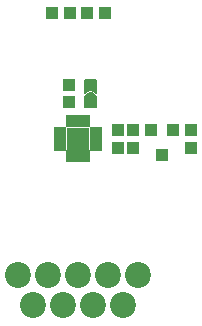
<source format=gbr>
%FSLAX34Y34*%
%MOMM*%
%LNSOLDERMASK_TOP*%
G71*
G01*
%ADD10R, 1.000X0.500*%
%ADD11R, 0.500X1.000*%
%ADD12C, 2.200*%
%ADD13R, 1.000X1.000*%
%ADD14R, 1.900X1.900*%
%ADD15R, 1.000X1.099*%
%ADD16C, 0.200*%
%LPD*%
X15002Y-2501D02*
G54D10*
D03*
X15002Y-7502D02*
G54D10*
D03*
X15002Y2500D02*
G54D10*
D03*
X-15000Y-2501D02*
G54D10*
D03*
X-15000Y-7502D02*
G54D10*
D03*
X-15001Y2500D02*
G54D10*
D03*
X2501Y-15002D02*
G54D11*
D03*
X7502Y-15002D02*
G54D11*
D03*
G36*
X-20000Y10000D02*
X-10000Y10000D01*
X-10000Y5000D01*
X-20000Y5000D01*
X-20000Y10000D01*
G37*
X-2500Y-15002D02*
G54D11*
D03*
X-7499Y-15002D02*
G54D11*
D03*
X2501Y15000D02*
G54D11*
D03*
X7502Y15002D02*
G54D11*
D03*
X15002Y7500D02*
G54D10*
D03*
X-2500Y15000D02*
G54D11*
D03*
X-7499Y15001D02*
G54D11*
D03*
X-2500Y15000D02*
G54D11*
D03*
X-50800Y-115570D02*
G54D12*
D03*
X-25400Y-115570D02*
G54D12*
D03*
X0Y-115570D02*
G54D12*
D03*
X25400Y-115570D02*
G54D12*
D03*
X50800Y-115570D02*
G54D12*
D03*
X-38100Y-140970D02*
G54D12*
D03*
X-12700Y-140970D02*
G54D12*
D03*
X12700Y-140970D02*
G54D12*
D03*
X38100Y-140970D02*
G54D12*
D03*
X-7500Y45876D02*
G54D13*
D03*
X-7499Y30876D02*
G54D13*
D03*
X34133Y-7500D02*
G54D13*
D03*
X34132Y7500D02*
G54D13*
D03*
X0Y0D02*
G54D14*
D03*
X80913Y7501D02*
G54D15*
D03*
X61914Y7501D02*
G54D15*
D03*
X71413Y-13505D02*
G54D15*
D03*
X95994Y7501D02*
G54D13*
D03*
X95995Y-7500D02*
G54D13*
D03*
X46833Y-7500D02*
G54D13*
D03*
X46832Y7501D02*
G54D13*
D03*
X22640Y106363D02*
G54D13*
D03*
X7640Y106362D02*
G54D13*
D03*
X-6647Y106362D02*
G54D13*
D03*
X-21648Y106362D02*
G54D13*
D03*
G36*
X5995Y49489D02*
X5995Y38376D01*
X9170Y41551D01*
X12345Y41551D01*
X15520Y38376D01*
X15520Y49489D01*
X5995Y49489D01*
G37*
G54D16*
X5995Y49489D02*
X5995Y38376D01*
X9170Y41551D01*
X12345Y41551D01*
X15520Y38376D01*
X15520Y49489D01*
X5995Y49489D01*
G36*
X5995Y35201D02*
X9170Y38376D01*
X12345Y38376D01*
X15520Y35201D01*
X15520Y27264D01*
X5995Y27264D01*
X5995Y35201D01*
G37*
G54D16*
X5995Y35201D02*
X9170Y38376D01*
X12345Y38376D01*
X15520Y35201D01*
X15520Y27264D01*
X5995Y27264D01*
X5995Y35201D01*
M02*

</source>
